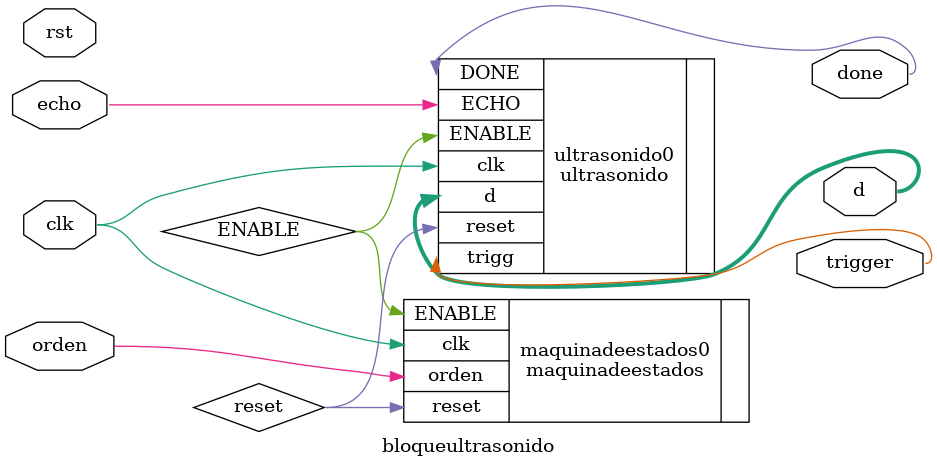
<source format=v>
module	bloqueultrasonido	(
					output	[7:0]	d,
					output 		trigger,
					output 		done,
					input		clk,
                    input		orden,
					input 		echo,
					input 		rst
				);
maquinadeestados		maquinadeestados0	(
								.orden	(		orden		),
								.clk	(		clk		),
								.ENABLE	(		ENABLE		),
								.reset	(		reset		)
							);
ultrasonido			ultrasonido0		(
								.clk	(		clk		),
								.ENABLE	(		ENABLE		),
								.reset	(		reset		),
								.ECHO	(		echo		),
								.d	(		d		),
								.trigg	(		trigger		),
								.DONE	(		done		)
							);
endmodule

</source>
